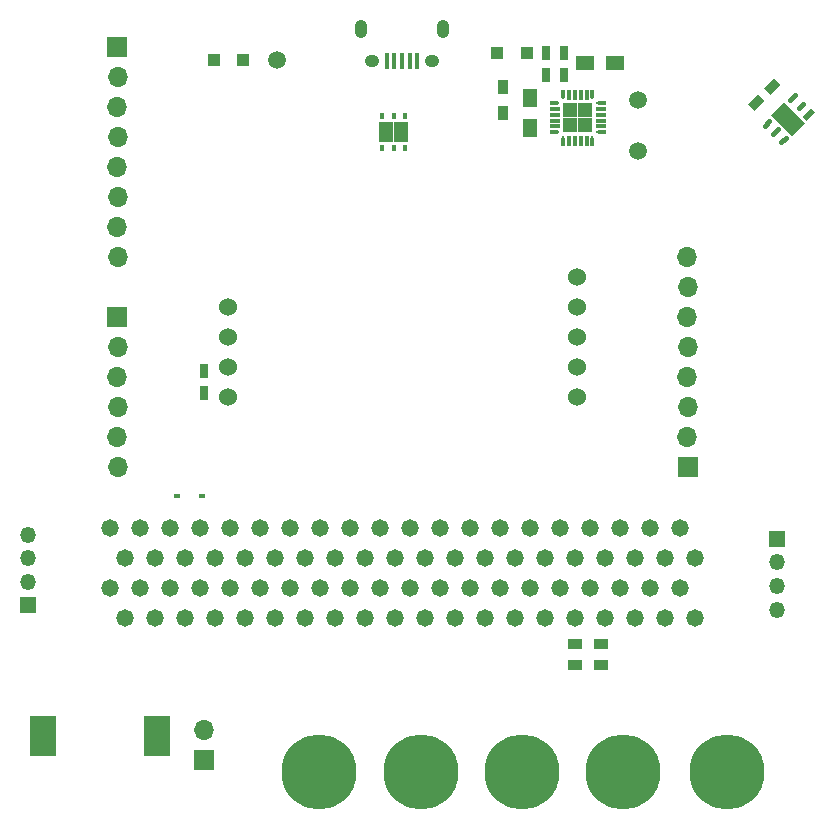
<source format=gts>
G04 #@! TF.FileFunction,Soldermask,Top*
%FSLAX46Y46*%
G04 Gerber Fmt 4.6, Leading zero omitted, Abs format (unit mm)*
G04 Created by KiCad (PCBNEW 4.0.7) date Tue Mar 13 16:47:25 2018*
%MOMM*%
%LPD*%
G01*
G04 APERTURE LIST*
%ADD10C,0.025400*%
%ADD11C,0.450000*%
%ADD12R,0.450000X0.630000*%
%ADD13R,1.300000X0.850000*%
%ADD14C,1.524000*%
%ADD15C,1.500000*%
%ADD16C,1.473200*%
%ADD17R,1.250000X1.500000*%
%ADD18R,0.750000X1.200000*%
%ADD19R,1.500000X1.250000*%
%ADD20R,1.000000X1.000000*%
%ADD21R,0.900000X1.200000*%
%ADD22R,1.200000X0.900000*%
%ADD23R,2.200000X3.400000*%
%ADD24R,0.300000X0.700000*%
%ADD25R,0.300000X0.850000*%
%ADD26R,0.700000X0.300000*%
%ADD27R,0.850000X0.300000*%
%ADD28R,1.300000X1.300000*%
%ADD29C,0.300000*%
%ADD30R,1.700000X1.700000*%
%ADD31O,1.700000X1.700000*%
%ADD32C,6.350000*%
%ADD33R,0.400000X1.350000*%
%ADD34O,1.250000X1.054100*%
%ADD35O,1.054100X1.550000*%
%ADD36R,1.350000X1.350000*%
%ADD37O,1.350000X1.350000*%
%ADD38R,0.600000X0.450000*%
G04 APERTURE END LIST*
D10*
G36*
X164643728Y-78165148D02*
X164961926Y-78483346D01*
X164254820Y-79190452D01*
X163936622Y-78872254D01*
X164643728Y-78165148D01*
X164643728Y-78165148D01*
G37*
G36*
X162345631Y-77599462D02*
X164113398Y-79367229D01*
X162982027Y-80498600D01*
X161214260Y-78730833D01*
X162345631Y-77599462D01*
X162345631Y-77599462D01*
G37*
D11*
X162487052Y-80640022D02*
X162098144Y-81028930D01*
X163936621Y-77776239D02*
X163547713Y-78165147D01*
X161779945Y-79932915D02*
X161391037Y-80321823D01*
X163229514Y-77069132D02*
X162840606Y-77458040D01*
X161072838Y-79225808D02*
X160683930Y-79614716D01*
D12*
X130225000Y-78810000D03*
X129275000Y-78810000D03*
X128325000Y-78810000D03*
X128325000Y-81540000D03*
X129275000Y-81540000D03*
X130225000Y-81540000D03*
D13*
X128625000Y-80600000D03*
X129925000Y-80600000D03*
X128625000Y-79750000D03*
X129925000Y-79750000D03*
D14*
X144770000Y-92420000D03*
X115230000Y-94960000D03*
X115230000Y-97500000D03*
X115230000Y-100040000D03*
X115230000Y-102580000D03*
X144770000Y-94960000D03*
X144770000Y-97500000D03*
X144770000Y-100040000D03*
X144770000Y-102580000D03*
D15*
X149947000Y-81748000D03*
D16*
X152225000Y-121310000D03*
X153495000Y-118770000D03*
X154765000Y-121310000D03*
X135715000Y-118770000D03*
X129365000Y-121310000D03*
X131905000Y-121310000D03*
X130635000Y-118770000D03*
X133175000Y-118770000D03*
X134445000Y-121310000D03*
X136985000Y-121310000D03*
X147145000Y-121310000D03*
X145875000Y-118770000D03*
X150955000Y-118770000D03*
X148415000Y-118770000D03*
X149685000Y-121310000D03*
X143335000Y-118770000D03*
X138255000Y-118770000D03*
X140795000Y-118770000D03*
X142065000Y-121310000D03*
X139525000Y-121310000D03*
X144605000Y-121310000D03*
X123015000Y-118770000D03*
X119205000Y-121310000D03*
X120475000Y-118770000D03*
X121745000Y-121310000D03*
X124285000Y-121310000D03*
X128095000Y-118770000D03*
X125555000Y-118770000D03*
X126825000Y-121310000D03*
X111585000Y-121310000D03*
X106505000Y-121310000D03*
X107775000Y-118770000D03*
X110315000Y-118770000D03*
X109045000Y-121310000D03*
X105235000Y-118770000D03*
X114125000Y-121310000D03*
X112855000Y-118770000D03*
X115395000Y-118770000D03*
X117935000Y-118770000D03*
X116665000Y-121310000D03*
X134445000Y-116230000D03*
X135715000Y-113690000D03*
X131905000Y-116230000D03*
X133175000Y-113690000D03*
X130635000Y-113690000D03*
X147145000Y-116230000D03*
X145875000Y-113690000D03*
X148415000Y-113690000D03*
X144605000Y-116230000D03*
X149685000Y-116230000D03*
X143335000Y-113690000D03*
X136985000Y-116230000D03*
X138255000Y-113690000D03*
X140795000Y-113690000D03*
X142065000Y-116230000D03*
X139525000Y-116230000D03*
X150955000Y-113690000D03*
X152225000Y-116230000D03*
X153495000Y-113690000D03*
X154765000Y-116230000D03*
X114125000Y-116230000D03*
X112855000Y-113690000D03*
X115395000Y-113690000D03*
X111585000Y-116230000D03*
X116665000Y-116230000D03*
X123015000Y-113690000D03*
X121745000Y-116230000D03*
X120475000Y-113690000D03*
X119205000Y-116230000D03*
X117935000Y-113690000D03*
X126825000Y-116230000D03*
X128095000Y-113690000D03*
X125555000Y-113690000D03*
X124285000Y-116230000D03*
X129365000Y-116230000D03*
X110315000Y-113690000D03*
X105235000Y-113690000D03*
X106505000Y-116230000D03*
X107775000Y-113690000D03*
X109045000Y-116230000D03*
D17*
X140803000Y-77323001D03*
X140803000Y-79823001D03*
D18*
X142174601Y-75332000D03*
X142174601Y-73432000D03*
D19*
X145496602Y-74331200D03*
X147996602Y-74331200D03*
D18*
X143673202Y-75332000D03*
X143673202Y-73432000D03*
X113207600Y-102290400D03*
X113207600Y-100390400D03*
D10*
G36*
X159771763Y-78348994D02*
X159241433Y-77818664D01*
X160089961Y-76970136D01*
X160620291Y-77500466D01*
X159771763Y-78348994D01*
X159771763Y-78348994D01*
G37*
G36*
X161115265Y-77005492D02*
X160584935Y-76475162D01*
X161433463Y-75626634D01*
X161963793Y-76156964D01*
X161115265Y-77005492D01*
X161115265Y-77005492D01*
G37*
D20*
X138029000Y-73493000D03*
X140529000Y-73493000D03*
D21*
X138516999Y-78530000D03*
X138516999Y-76330000D03*
D22*
X144650000Y-125250000D03*
X146850000Y-125250000D03*
X144650000Y-123500000D03*
X146850000Y-123500000D03*
D20*
X114022500Y-74024500D03*
X116522500Y-74024500D03*
D23*
X99594000Y-131318000D03*
X109194000Y-131318000D03*
D15*
X119380000Y-74037200D03*
X149947000Y-77430000D03*
D24*
X146102000Y-76914001D03*
D25*
X145602000Y-76989001D03*
X145102000Y-76989001D03*
X144602000Y-76989001D03*
X144102000Y-76989001D03*
D24*
X143602000Y-76914001D03*
D26*
X142827000Y-77689001D03*
D27*
X142902000Y-78189001D03*
X142902000Y-78689001D03*
X142902000Y-79189001D03*
X142902000Y-79689001D03*
D26*
X142827000Y-80189001D03*
D24*
X143602000Y-80964001D03*
D25*
X144102000Y-80889001D03*
X144602000Y-80889001D03*
X145102000Y-80889001D03*
X145602000Y-80889001D03*
D24*
X146102000Y-80964001D03*
D26*
X146877000Y-80189001D03*
D27*
X146802000Y-79689001D03*
X146802000Y-79189001D03*
X146802000Y-78689001D03*
X146802000Y-78189001D03*
D26*
X146877000Y-77689001D03*
D28*
X144202000Y-79589001D03*
X145502000Y-79589001D03*
X144202000Y-78289001D03*
X145502000Y-78289001D03*
D29*
X146527000Y-80189001D03*
X146102000Y-80614001D03*
X143602000Y-80614001D03*
X143177000Y-80189001D03*
X143602000Y-77264001D03*
X143177000Y-77689001D03*
X146527000Y-77689001D03*
X146102000Y-77264001D03*
D30*
X113250000Y-133290000D03*
D31*
X113250000Y-130750000D03*
D32*
X122976000Y-134326000D03*
X131548500Y-134326000D03*
X140121000Y-134326000D03*
X157520000Y-134326000D03*
X148693500Y-134326000D03*
D33*
X131275000Y-74150000D03*
X130625000Y-74150000D03*
X129975000Y-74150000D03*
X129325000Y-74150000D03*
X128675000Y-74150000D03*
D34*
X132475000Y-74150000D03*
X127475000Y-74150000D03*
D35*
X133475000Y-71450000D03*
X126475000Y-71450000D03*
D30*
X105806500Y-95844999D03*
D31*
X105933500Y-98384999D03*
X105806500Y-100924999D03*
X105933500Y-103464999D03*
X105806500Y-106004999D03*
X105933500Y-108544999D03*
D36*
X161700000Y-114600000D03*
D37*
X161700000Y-116600000D03*
X161700000Y-118600000D03*
X161700000Y-120600000D03*
D30*
X154193500Y-108545000D03*
D31*
X154066500Y-106005000D03*
X154193500Y-103465000D03*
X154066500Y-100925000D03*
X154193500Y-98385000D03*
X154066500Y-95845000D03*
X154193500Y-93305000D03*
X154066500Y-90765000D03*
D30*
X105806500Y-72985000D03*
D31*
X105933500Y-75525000D03*
X105806500Y-78065000D03*
X105933500Y-80605000D03*
X105806500Y-83145000D03*
X105933500Y-85685000D03*
X105806500Y-88225000D03*
X105933500Y-90765000D03*
D36*
X98300000Y-120248000D03*
D37*
X98300000Y-118248000D03*
X98300000Y-116248000D03*
X98300000Y-114248000D03*
D38*
X110950000Y-111000000D03*
X113050000Y-111000000D03*
M02*

</source>
